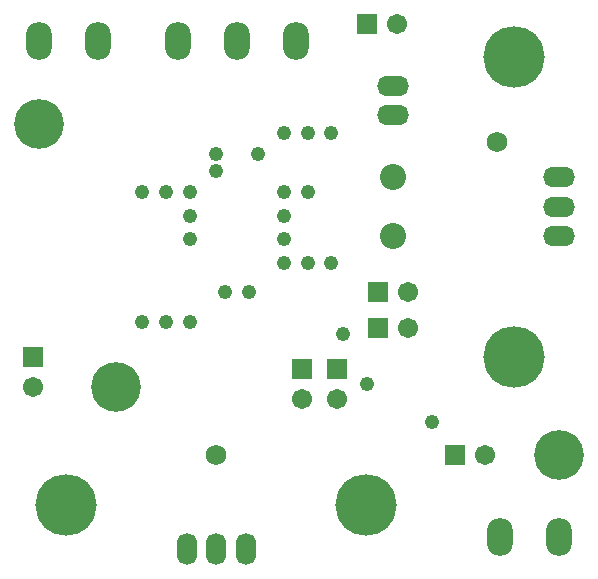
<source format=gbs>
%FSLAX25Y25*%
%MOIN*%
G70*
G01*
G75*
G04 Layer_Color=16711935*
%ADD10R,0.04528X0.05315*%
G04:AMPARAMS|DCode=11|XSize=35.43mil|YSize=27.56mil|CornerRadius=6.89mil|HoleSize=0mil|Usage=FLASHONLY|Rotation=90.000|XOffset=0mil|YOffset=0mil|HoleType=Round|Shape=RoundedRectangle|*
%AMROUNDEDRECTD11*
21,1,0.03543,0.01378,0,0,90.0*
21,1,0.02165,0.02756,0,0,90.0*
1,1,0.01378,0.00689,0.01083*
1,1,0.01378,0.00689,-0.01083*
1,1,0.01378,-0.00689,-0.01083*
1,1,0.01378,-0.00689,0.01083*
%
%ADD11ROUNDEDRECTD11*%
G04:AMPARAMS|DCode=12|XSize=23.62mil|YSize=27.56mil|CornerRadius=5.91mil|HoleSize=0mil|Usage=FLASHONLY|Rotation=90.000|XOffset=0mil|YOffset=0mil|HoleType=Round|Shape=RoundedRectangle|*
%AMROUNDEDRECTD12*
21,1,0.02362,0.01575,0,0,90.0*
21,1,0.01181,0.02756,0,0,90.0*
1,1,0.01181,0.00787,0.00591*
1,1,0.01181,0.00787,-0.00591*
1,1,0.01181,-0.00787,-0.00591*
1,1,0.01181,-0.00787,0.00591*
%
%ADD12ROUNDEDRECTD12*%
%ADD13R,0.05315X0.04528*%
%ADD14R,0.03740X0.02559*%
G04:AMPARAMS|DCode=15|XSize=25.59mil|YSize=37.4mil|CornerRadius=0mil|HoleSize=0mil|Usage=FLASHONLY|Rotation=45.000|XOffset=0mil|YOffset=0mil|HoleType=Round|Shape=Rectangle|*
%AMROTATEDRECTD15*
4,1,4,0.00418,-0.02227,-0.02227,0.00418,-0.00418,0.02227,0.02227,-0.00418,0.00418,-0.02227,0.0*
%
%ADD15ROTATEDRECTD15*%

%ADD16O,0.02362X0.05709*%
%ADD17R,0.05512X0.04528*%
%ADD18R,0.06496X0.13386*%
%ADD19R,0.13386X0.06496*%
%ADD20C,0.03000*%
%ADD21C,0.02000*%
%ADD22C,0.02500*%
%ADD23C,0.05000*%
%ADD24C,0.15748*%
%ADD25O,0.07874X0.11811*%
%ADD26C,0.05906*%
%ADD27R,0.05906X0.05906*%
%ADD28O,0.05906X0.09843*%
%ADD29O,0.09843X0.05906*%
%ADD30C,0.07874*%
%ADD31R,0.05906X0.05906*%
%ADD32C,0.19685*%
%ADD33C,0.04000*%
%ADD34C,0.06000*%
%ADD35C,0.01969*%
%ADD36C,0.00984*%
%ADD37C,0.01000*%
%ADD38C,0.02362*%
%ADD39C,0.00787*%
%ADD40R,0.05328X0.06115*%
G04:AMPARAMS|DCode=41|XSize=43.43mil|YSize=35.56mil|CornerRadius=10.89mil|HoleSize=0mil|Usage=FLASHONLY|Rotation=90.000|XOffset=0mil|YOffset=0mil|HoleType=Round|Shape=RoundedRectangle|*
%AMROUNDEDRECTD41*
21,1,0.04343,0.01378,0,0,90.0*
21,1,0.02165,0.03556,0,0,90.0*
1,1,0.02178,0.00689,0.01083*
1,1,0.02178,0.00689,-0.01083*
1,1,0.02178,-0.00689,-0.01083*
1,1,0.02178,-0.00689,0.01083*
%
%ADD41ROUNDEDRECTD41*%
G04:AMPARAMS|DCode=42|XSize=31.62mil|YSize=35.56mil|CornerRadius=9.91mil|HoleSize=0mil|Usage=FLASHONLY|Rotation=90.000|XOffset=0mil|YOffset=0mil|HoleType=Round|Shape=RoundedRectangle|*
%AMROUNDEDRECTD42*
21,1,0.03162,0.01575,0,0,90.0*
21,1,0.01181,0.03556,0,0,90.0*
1,1,0.01981,0.00787,0.00591*
1,1,0.01981,0.00787,-0.00591*
1,1,0.01981,-0.00787,-0.00591*
1,1,0.01981,-0.00787,0.00591*
%
%ADD42ROUNDEDRECTD42*%
%ADD43R,0.06115X0.05328*%
%ADD44R,0.04540X0.03359*%
G04:AMPARAMS|DCode=45|XSize=33.59mil|YSize=45.4mil|CornerRadius=0mil|HoleSize=0mil|Usage=FLASHONLY|Rotation=45.000|XOffset=0mil|YOffset=0mil|HoleType=Round|Shape=Rectangle|*
%AMROTATEDRECTD45*
4,1,4,0.00418,-0.02793,-0.02793,0.00418,-0.00418,0.02793,0.02793,-0.00418,0.00418,-0.02793,0.0*
%
%ADD45ROTATEDRECTD45*%

%ADD46O,0.03162X0.06509*%
%ADD47R,0.06312X0.05328*%
%ADD48R,0.07296X0.14186*%
%ADD49R,0.14186X0.07296*%
%ADD50C,0.16548*%
%ADD51O,0.08674X0.12611*%
%ADD52C,0.06706*%
%ADD53R,0.06706X0.06706*%
%ADD54O,0.06706X0.10642*%
%ADD55O,0.10642X0.06706*%
%ADD56C,0.08674*%
%ADD57R,0.06706X0.06706*%
%ADD58C,0.20485*%
%ADD59C,0.04800*%
%ADD60C,0.06800*%
D50*
X11811Y153543D02*
D03*
X185039Y43307D02*
D03*
X37402Y65945D02*
D03*
D51*
X31496Y181102D02*
D03*
X11811D02*
D03*
X77756Y181102D02*
D03*
X97441D02*
D03*
X58071D02*
D03*
X165354Y15748D02*
D03*
X185039D02*
D03*
D52*
X160512Y43307D02*
D03*
X130984Y187008D02*
D03*
X111221Y61929D02*
D03*
X134921Y85630D02*
D03*
X9843Y65866D02*
D03*
X99410Y61929D02*
D03*
X134921Y97441D02*
D03*
D53*
X150512Y43307D02*
D03*
X120984Y187008D02*
D03*
X124921Y85630D02*
D03*
Y97441D02*
D03*
D54*
X61024Y11811D02*
D03*
X70866D02*
D03*
X80709D02*
D03*
D55*
X185039Y116142D02*
D03*
Y125984D02*
D03*
Y135827D02*
D03*
X129921Y156496D02*
D03*
Y166339D02*
D03*
D56*
Y116142D02*
D03*
Y135827D02*
D03*
D57*
X111221Y71929D02*
D03*
X9843Y75866D02*
D03*
X99410Y71929D02*
D03*
D58*
X170276Y175984D02*
D03*
Y75984D02*
D03*
X20866Y26575D02*
D03*
X120866D02*
D03*
D59*
X70866Y143701D02*
D03*
X46260Y130905D02*
D03*
X54134D02*
D03*
X62008D02*
D03*
X93504Y150591D02*
D03*
X101378D02*
D03*
X46260Y87598D02*
D03*
X54134D02*
D03*
X62008D02*
D03*
X93504Y107283D02*
D03*
X101378D02*
D03*
X109252D02*
D03*
X93504Y115157D02*
D03*
X73819Y97441D02*
D03*
X81693D02*
D03*
X109252Y150591D02*
D03*
X121063Y66929D02*
D03*
X142717Y54134D02*
D03*
X62008Y115157D02*
D03*
X62008Y123031D02*
D03*
X113189Y83661D02*
D03*
X101378Y130905D02*
D03*
X93504D02*
D03*
Y123031D02*
D03*
X70866Y137795D02*
D03*
X84646Y143701D02*
D03*
D60*
X70866Y43307D02*
D03*
X164370Y147638D02*
D03*
M02*

</source>
